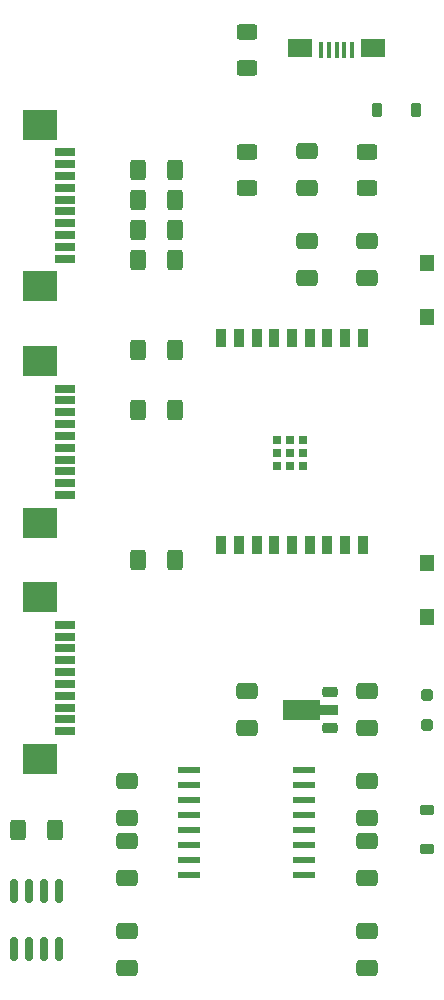
<source format=gbr>
%TF.GenerationSoftware,KiCad,Pcbnew,8.0.3-8.0.3-0~ubuntu22.04.1*%
%TF.CreationDate,2024-10-28T10:49:34+03:00*%
%TF.ProjectId,PM-ESPC3,504d2d45-5350-4433-932e-6b696361645f,rev?*%
%TF.SameCoordinates,Original*%
%TF.FileFunction,Paste,Top*%
%TF.FilePolarity,Positive*%
%FSLAX46Y46*%
G04 Gerber Fmt 4.6, Leading zero omitted, Abs format (unit mm)*
G04 Created by KiCad (PCBNEW 8.0.3-8.0.3-0~ubuntu22.04.1) date 2024-10-28 10:49:34*
%MOMM*%
%LPD*%
G01*
G04 APERTURE LIST*
G04 Aperture macros list*
%AMRoundRect*
0 Rectangle with rounded corners*
0 $1 Rounding radius*
0 $2 $3 $4 $5 $6 $7 $8 $9 X,Y pos of 4 corners*
0 Add a 4 corners polygon primitive as box body*
4,1,4,$2,$3,$4,$5,$6,$7,$8,$9,$2,$3,0*
0 Add four circle primitives for the rounded corners*
1,1,$1+$1,$2,$3*
1,1,$1+$1,$4,$5*
1,1,$1+$1,$6,$7*
1,1,$1+$1,$8,$9*
0 Add four rect primitives between the rounded corners*
20,1,$1+$1,$2,$3,$4,$5,0*
20,1,$1+$1,$4,$5,$6,$7,0*
20,1,$1+$1,$6,$7,$8,$9,0*
20,1,$1+$1,$8,$9,$2,$3,0*%
%AMFreePoly0*
4,1,9,3.862500,-0.866500,0.737500,-0.866500,0.737500,-0.450000,-0.737500,-0.450000,-0.737500,0.450000,0.737500,0.450000,0.737500,0.866500,3.862500,0.866500,3.862500,-0.866500,3.862500,-0.866500,$1*%
G04 Aperture macros list end*
%ADD10RoundRect,0.250000X-0.400000X-0.625000X0.400000X-0.625000X0.400000X0.625000X-0.400000X0.625000X0*%
%ADD11R,1.244600X1.346200*%
%ADD12R,0.889000X1.498600*%
%ADD13R,0.711200X0.711200*%
%ADD14RoundRect,0.250000X0.650000X-0.412500X0.650000X0.412500X-0.650000X0.412500X-0.650000X-0.412500X0*%
%ADD15RoundRect,0.225000X0.425000X0.225000X-0.425000X0.225000X-0.425000X-0.225000X0.425000X-0.225000X0*%
%ADD16FreePoly0,180.000000*%
%ADD17R,0.406400X1.350000*%
%ADD18R,2.108200X1.600200*%
%ADD19RoundRect,0.250000X0.400000X0.625000X-0.400000X0.625000X-0.400000X-0.625000X0.400000X-0.625000X0*%
%ADD20RoundRect,0.250000X-0.650000X0.412500X-0.650000X-0.412500X0.650000X-0.412500X0.650000X0.412500X0*%
%ADD21RoundRect,0.150000X-0.150000X0.825000X-0.150000X-0.825000X0.150000X-0.825000X0.150000X0.825000X0*%
%ADD22R,1.803400X0.635000*%
%ADD23R,2.997200X2.590800*%
%ADD24RoundRect,0.250000X-0.250000X0.250000X-0.250000X-0.250000X0.250000X-0.250000X0.250000X0.250000X0*%
%ADD25RoundRect,0.250000X0.625000X-0.400000X0.625000X0.400000X-0.625000X0.400000X-0.625000X-0.400000X0*%
%ADD26RoundRect,0.225000X-0.225000X-0.375000X0.225000X-0.375000X0.225000X0.375000X-0.225000X0.375000X0*%
%ADD27RoundRect,0.225000X-0.375000X0.225000X-0.375000X-0.225000X0.375000X-0.225000X0.375000X0.225000X0*%
%ADD28RoundRect,0.250000X-0.625000X0.400000X-0.625000X-0.400000X0.625000X-0.400000X0.625000X0.400000X0*%
%ADD29R,1.854200X0.482600*%
G04 APERTURE END LIST*
D10*
%TO.C,R9*%
X-14250000Y25400000D03*
X-11150000Y25400000D03*
%TD*%
D11*
%TO.C,SW2*%
X10160000Y25146000D03*
X10160000Y20574000D03*
%TD*%
D12*
%TO.C,U1*%
X4759998Y18770000D03*
X3259999Y18770000D03*
X1759999Y18770000D03*
X260000Y18770000D03*
X-1240000Y18770000D03*
X-2740000Y18770000D03*
X-4240002Y18770000D03*
X-5740001Y18770000D03*
X-7240001Y18770000D03*
X-7239998Y1270000D03*
X-5739999Y1270000D03*
X-4239999Y1270000D03*
X-2740000Y1270000D03*
X-1240000Y1270000D03*
X260000Y1270000D03*
X1760002Y1270000D03*
X3260001Y1270000D03*
X4760001Y1270000D03*
D13*
X-340000Y10160000D03*
X-1440000Y10160000D03*
X-2540000Y10160000D03*
X-340000Y9060000D03*
X-1440000Y9060000D03*
X-2540000Y9060000D03*
X-340000Y7960000D03*
X-1440000Y7960000D03*
X-2540000Y7960000D03*
%TD*%
D14*
%TO.C,C9*%
X5080000Y-21882500D03*
X5080000Y-18757500D03*
%TD*%
D15*
%TO.C,U2*%
X1950000Y-14200000D03*
D16*
X1862500Y-12700000D03*
D15*
X1950000Y-11200000D03*
%TD*%
D17*
%TO.C,J1*%
X3840000Y43179992D03*
X3190014Y43179992D03*
X2540028Y43179992D03*
X1890042Y43179992D03*
D18*
X5640027Y43305100D03*
D17*
X1240056Y43179992D03*
D18*
X-559971Y43305100D03*
%TD*%
D19*
%TO.C,R11*%
X-11150000Y17780000D03*
X-14250000Y17780000D03*
%TD*%
D20*
%TO.C,C4*%
X5080000Y-11137500D03*
X5080000Y-14262500D03*
%TD*%
D21*
%TO.C,U3*%
X-20955000Y-28005000D03*
X-22225000Y-28005000D03*
X-23495000Y-28005000D03*
X-24765000Y-28005000D03*
X-24765000Y-32955000D03*
X-23495000Y-32955000D03*
X-22225000Y-32955000D03*
X-20955000Y-32955000D03*
%TD*%
D20*
%TO.C,C6*%
X5080000Y-23837500D03*
X5080000Y-26962500D03*
%TD*%
D22*
%TO.C,J8*%
X-20444000Y34499991D03*
X-20444000Y33499993D03*
X-20444000Y32499995D03*
X-20444000Y31499997D03*
X-20444000Y30499999D03*
X-20444000Y29500001D03*
X-20444000Y28500003D03*
X-20444000Y27500005D03*
X-20444000Y26500007D03*
X-20444000Y25500009D03*
D23*
X-22614001Y36850002D03*
X-22614001Y23149998D03*
%TD*%
D19*
%TO.C,R10*%
X-11150000Y12700000D03*
X-14250000Y12700000D03*
%TD*%
D24*
%TO.C,D3*%
X10160000Y-11450000D03*
X10160000Y-13950000D03*
%TD*%
D19*
%TO.C,R5*%
X-21310000Y-22860000D03*
X-24410000Y-22860000D03*
%TD*%
D25*
%TO.C,R4*%
X-5080000Y31470000D03*
X-5080000Y34570000D03*
%TD*%
D14*
%TO.C,C3*%
X0Y23837500D03*
X0Y26962500D03*
%TD*%
%TO.C,C1*%
X0Y31457500D03*
X0Y34582500D03*
%TD*%
D20*
%TO.C,C8*%
X-15240000Y-23837500D03*
X-15240000Y-26962500D03*
%TD*%
D19*
%TO.C,R7*%
X-11150000Y0D03*
X-14250000Y0D03*
%TD*%
D25*
%TO.C,R6*%
X-5080000Y41630000D03*
X-5080000Y44730000D03*
%TD*%
D20*
%TO.C,C11*%
X5080000Y-31457500D03*
X5080000Y-34582500D03*
%TD*%
D26*
%TO.C,D1*%
X5970000Y38100000D03*
X9270000Y38100000D03*
%TD*%
D22*
%TO.C,J5*%
X-20444000Y-5500009D03*
X-20444000Y-6500007D03*
X-20444000Y-7500005D03*
X-20444000Y-8500003D03*
X-20444000Y-9500001D03*
X-20444000Y-10499999D03*
X-20444000Y-11499997D03*
X-20444000Y-12499995D03*
X-20444000Y-13499993D03*
X-20444000Y-14499991D03*
D23*
X-22614001Y-3149998D03*
X-22614001Y-16850002D03*
%TD*%
D19*
%TO.C,R2*%
X-11150000Y33020000D03*
X-14250000Y33020000D03*
%TD*%
%TO.C,R3*%
X-11150000Y30480000D03*
X-14250000Y30480000D03*
%TD*%
D27*
%TO.C,D2*%
X10160000Y-21210000D03*
X10160000Y-24510000D03*
%TD*%
D11*
%TO.C,SW1*%
X10160000Y-4826000D03*
X10160000Y-254000D03*
%TD*%
D22*
%TO.C,J2*%
X-20444000Y14499991D03*
X-20444000Y13499993D03*
X-20444000Y12499995D03*
X-20444000Y11499997D03*
X-20444000Y10499999D03*
X-20444000Y9500001D03*
X-20444000Y8500003D03*
X-20444000Y7500005D03*
X-20444000Y6500007D03*
X-20444000Y5500009D03*
D23*
X-22614001Y16850002D03*
X-22614001Y3149998D03*
%TD*%
D28*
%TO.C,R1*%
X5080000Y34570000D03*
X5080000Y31470000D03*
%TD*%
D14*
%TO.C,C10*%
X-15240000Y-21882500D03*
X-15240000Y-18757500D03*
%TD*%
D20*
%TO.C,C2*%
X5080000Y26962500D03*
X5080000Y23837500D03*
%TD*%
%TO.C,C5*%
X-5080000Y-11137500D03*
X-5080000Y-14262500D03*
%TD*%
D29*
%TO.C,U4*%
X-203200Y-26670000D03*
X-203200Y-25400000D03*
X-203200Y-24130000D03*
X-203200Y-22860000D03*
X-203200Y-21590000D03*
X-203200Y-20320000D03*
X-203200Y-19050000D03*
X-203200Y-17780000D03*
X-9956800Y-17780000D03*
X-9956800Y-19050000D03*
X-9956800Y-20320000D03*
X-9956800Y-21590000D03*
X-9956800Y-22860000D03*
X-9956800Y-24130000D03*
X-9956800Y-25400000D03*
X-9956800Y-26670000D03*
%TD*%
D19*
%TO.C,R8*%
X-11150000Y27940000D03*
X-14250000Y27940000D03*
%TD*%
D14*
%TO.C,C7*%
X-15240000Y-34582500D03*
X-15240000Y-31457500D03*
%TD*%
M02*

</source>
